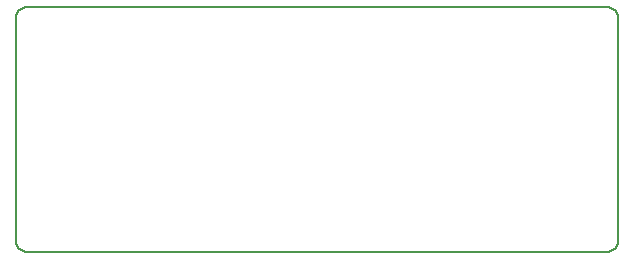
<source format=gko>
G04*
G04 #@! TF.GenerationSoftware,Altium Limited,Altium Designer,22.8.2 (66)*
G04*
G04 Layer_Color=16711935*
%FSLAX44Y44*%
%MOMM*%
G71*
G04*
G04 #@! TF.SameCoordinates,5B037859-B446-4BB1-8760-713DD72627CB*
G04*
G04*
G04 #@! TF.FilePolarity,Positive*
G04*
G01*
G75*
%ADD71C,0.1270*%
G54D71*
X-12900Y-5000D02*
X-12559Y-7588D01*
X-11560Y-10000D01*
X-9971Y-12071D01*
X-7900Y-13660D01*
X-5488Y-14659D01*
X-2900Y-15000D01*
X497100Y182500D02*
X496759Y185088D01*
X495760Y187500D01*
X494171Y189571D01*
X492100Y191160D01*
X489688Y192159D01*
X487100Y192500D01*
Y-15000D02*
X489688Y-14659D01*
X492100Y-13660D01*
X494171Y-12071D01*
X495760Y-10000D01*
X496759Y-7588D01*
X497100Y-5000D01*
X-2900Y192500D02*
X-5488Y192159D01*
X-7900Y191160D01*
X-9971Y189571D01*
X-11560Y187500D01*
X-12559Y185088D01*
X-12900Y182500D01*
X-2900Y-15000D02*
X487100Y-15000D01*
X-12900Y-5000D02*
Y182500D01*
X-2900Y192500D02*
X487100Y192500D01*
X497100Y-5000D02*
Y182500D01*
M02*

</source>
